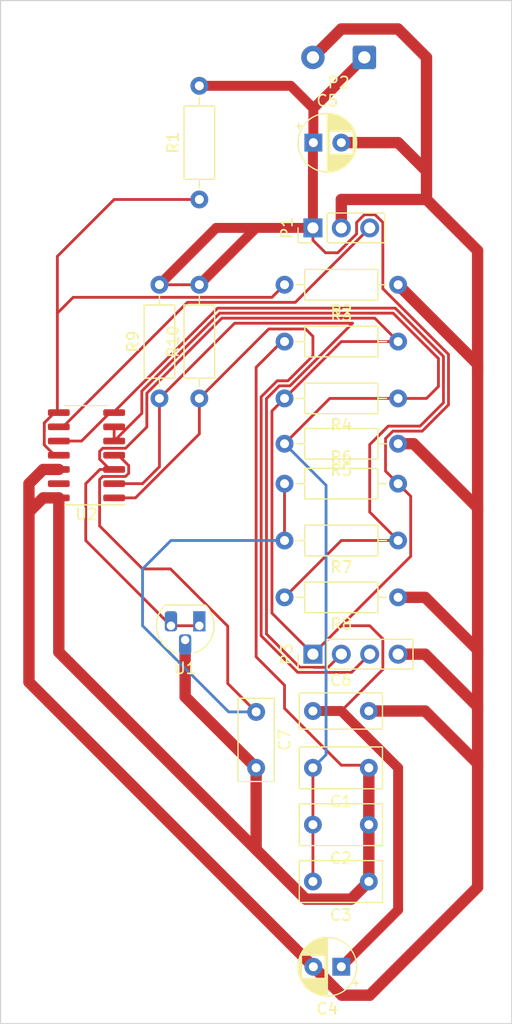
<source format=kicad_pcb>
(kicad_pcb (version 20221018) (generator pcbnew)
  (layers (0 "F.Cu" signal) (31 "B.Cu" signal) (34 "B.Paste" user) (35 "F.Paste" user) (36 "B.SilkS" user "B.Silkscreen") (37 "F.SilkS" user "F.Silkscreen") (38 "B.Mask" user) (39 "F.Mask" user) (44 "Edge.Cuts" user))
  (net 0 "")
  (net 1 "Net-(U2A-+)")
  (net 2 "Net-(P1-Pin_1)")
  (net 3 "GND")
  (net 4 "Net-(U2A--)")
  (net 5 "Net-(P1-Pin_3)")
  (net 6 "Net-(P3-Pin_2)")
  (net 7 "Net-(P3-Pin_3)")
  (net 8 "Net-(U2C-+)")
  (net 9 "Net-(U2B-+)")
  (footprint "Package_TO_SOT_THT:TO-92L_HandSolder" (layer "F.Cu") (at 152.4 106.68 180)
    (fp_text reference "U1" (at 1.27 -3.8) (layer "F.SilkS"))
    (fp_text value "L78L05_TO92")
    (pad "1" thru_hole rect (at 0 0 180) (size 1.1 1.8) (drill 0.75 (offset 0 0.4)) (layers "*.Cu" "*.Mask") (net 2 "Net-(P1-Pin_1)"))
    (pad "2" thru_hole roundrect (at 1.27 -1.27 180) (size 1.1 1.8) (drill 0.75 (offset 0 -0.4)) (layers "*.Cu" "*.Mask") (net 3 "GND"))
    (pad "3" thru_hole roundrect (at 2.54 0 180) (size 1.1 1.8) (drill 0.75 (offset 0 0.4)) (layers "*.Cu" "*.Mask") (net 2 "Net-(P1-Pin_1)"))
  )
  (footprint "Resistor_THT:R_Axial_DIN0207_L6.3mm_D2.5mm_P10.16mm_Horizontal" (layer "F.Cu") (at 152.4 86.36 90)
    (fp_text reference "R10" (at 5.08 -2.37 90) (layer "F.SilkS"))
    (fp_text value "2.4k 1/4W")
    (pad "1" thru_hole circle (at 0 0 90) (size 1.6 1.6) (drill 0.8) (layers "*.Cu" "*.Mask") (net 7 "Net-(P3-Pin_3)"))
    (pad "2" thru_hole oval (at 10.16 0 90) (size 1.6 1.6) (drill 0.8) (layers "*.Cu" "*.Mask") (net 2 "Net-(P1-Pin_1)"))
  )
  (footprint "Resistor_THT:R_Axial_DIN0207_L6.3mm_D2.5mm_P10.16mm_Horizontal" (layer "F.Cu") (at 170.18 90.41 180)
    (fp_text reference "R5" (at 5.08 -2.37) (layer "F.SilkS"))
    (fp_text value "82k 1/4W")
    (pad "1" thru_hole circle (at 0 0 180) (size 1.6 1.6) (drill 0.8) (layers "*.Cu" "*.Mask") (net 3 "GND"))
    (pad "2" thru_hole oval (at 10.16 0 180) (size 1.6 1.6) (drill 0.8) (layers "*.Cu" "*.Mask") (net 1 "Net-(U2A-+)"))
  )
  (footprint "Resistor_THT:R_Axial_DIN0207_L6.3mm_D2.5mm_P10.16mm_Horizontal" (layer "F.Cu") (at 170.18 86.36 180)
    (fp_text reference "R4" (at 5.08 -2.37) (layer "F.SilkS"))
    (fp_text value "82k 1/4W")
    (pad "1" thru_hole circle (at 0 0 180) (size 1.6 1.6) (drill 0.8) (layers "*.Cu" "*.Mask") (net 1 "Net-(U2A-+)"))
    (pad "2" thru_hole oval (at 10.16 0 180) (size 1.6 1.6) (drill 0.8) (layers "*.Cu" "*.Mask") (net 2 "Net-(P1-Pin_1)"))
  )
  (footprint "Connector_PinHeader_2.54mm:PinHeader_1x04_P2.54mm_Vertical" (layer "F.Cu") (at 162.56 109.22 90)
    (fp_text reference "P3" (at 0 -2.33 90) (layer "F.SilkS"))
    (fp_text value "Conn_01x04")
    (pad "1" thru_hole rect (at 0 0 90) (size 1.7 1.7) (drill 1) (layers "*.Cu" "*.Mask") (net 2 "Net-(P1-Pin_1)"))
    (pad "2" thru_hole oval (at 0 2.54 90) (size 1.7 1.7) (drill 1) (layers "*.Cu" "*.Mask") (net 6 "Net-(P3-Pin_2)"))
    (pad "3" thru_hole oval (at 0 5.08 90) (size 1.7 1.7) (drill 1) (layers "*.Cu" "*.Mask") (net 7 "Net-(P3-Pin_3)"))
    (pad "4" thru_hole oval (at 0 7.62 90) (size 1.7 1.7) (drill 1) (layers "*.Cu" "*.Mask") (net 3 "GND"))
  )
  (footprint "Capacitor_THT:C_Rect_L7.2mm_W3.5mm_P5.00mm_FKS2_FKP2_MKS2_MKP2" (layer "F.Cu") (at 167.56 129.54 180)
    (fp_text reference "C3" (at 2.5 -3) (layer "F.SilkS"))
    (fp_text value "1uF 25V")
    (pad "1" thru_hole circle (at 0 0 180) (size 1.6 1.6) (drill 0.8) (layers "*.Cu" "*.Mask") (net 3 "GND"))
    (pad "2" thru_hole circle (at 5 0 180) (size 1.6 1.6) (drill 0.8) (layers "*.Cu" "*.Mask") (net 1 "Net-(U2A-+)"))
  )
  (footprint "Resistor_THT:R_Axial_DIN0207_L6.3mm_D2.5mm_P10.16mm_Horizontal" (layer "F.Cu") (at 148.83 86.36 90)
    (fp_text reference "R9" (at 5.08 -2.37 90) (layer "F.SilkS"))
    (fp_text value "2.4k 1/4W")
    (pad "1" thru_hole circle (at 0 0 90) (size 1.6 1.6) (drill 0.8) (layers "*.Cu" "*.Mask") (net 6 "Net-(P3-Pin_2)"))
    (pad "2" thru_hole oval (at 10.16 0 90) (size 1.6 1.6) (drill 0.8) (layers "*.Cu" "*.Mask") (net 2 "Net-(P1-Pin_1)"))
  )
  (footprint "Connector_Wire:SolderWire-0.5sqmm_1x02_P4.6mm_D0.9mm_OD2.1mm" (layer "F.Cu") (at 167.16 55.88 180)
    (fp_text reference "P2" (at 2.3 -2.25) (layer "F.SilkS"))
    (fp_text value "Conn_01x02")
    (pad "1" thru_hole roundrect (at 0 0 180) (size 2.1 2.1) (drill 1.1) (layers "*.Cu" "*.Mask") (roundrect_rratio 0.119048) (net 2 "Net-(P1-Pin_1)"))
    (pad "2" thru_hole circle (at 4.6 0 180) (size 2.1 2.1) (drill 1.1) (layers "*.Cu" "*.Mask") (net 3 "GND"))
  )
  (footprint "Capacitor_THT:C_Rect_L7.2mm_W3.0mm_P5.00mm_FKS2_FKP2_MKS2_MKP2" (layer "F.Cu") (at 162.56 114.3)
    (fp_text reference "C6" (at 2.5 -2.75) (layer "F.SilkS"))
    (fp_text value "0.1uF 25V")
    (pad "1" thru_hole circle (at 0 0) (size 1.6 1.6) (drill 0.8) (layers "*.Cu" "*.Mask") (net 2 "Net-(P1-Pin_1)"))
    (pad "2" thru_hole circle (at 5 0) (size 1.6 1.6) (drill 0.8) (layers "*.Cu" "*.Mask") (net 3 "GND"))
  )
  (footprint "Resistor_THT:R_Axial_DIN0207_L6.3mm_D2.5mm_P10.16mm_Horizontal" (layer "F.Cu") (at 152.4 68.58 90)
    (fp_text reference "R1" (at 5.08 -2.37 90) (layer "F.SilkS"))
    (fp_text value "9.1k 1/4W")
    (pad "1" thru_hole circle (at 0 0 90) (size 1.6 1.6) (drill 0.8) (layers "*.Cu" "*.Mask") (net 8 "Net-(U2C-+)"))
    (pad "2" thru_hole oval (at 10.16 0 90) (size 1.6 1.6) (drill 0.8) (layers "*.Cu" "*.Mask") (net 2 "Net-(P1-Pin_1)"))
  )
  (footprint "Capacitor_THT:CP_Radial_D5.0mm_P2.50mm" (layer "F.Cu") (at 162.6 63.5)
    (fp_text reference "C5" (at 1.25 -3.75) (layer "F.SilkS"))
    (fp_text value "47uF 16V")
    (pad "1" thru_hole rect (at 0 0) (size 1.6 1.6) (drill 0.8) (layers "*.Cu" "*.Mask") (net 2 "Net-(P1-Pin_1)"))
    (pad "2" thru_hole circle (at 2.5 0) (size 1.6 1.6) (drill 0.8) (layers "*.Cu" "*.Mask") (net 3 "GND"))
  )
  (footprint "Capacitor_THT:C_Rect_L7.2mm_W3.5mm_P5.00mm_FKS2_FKP2_MKS2_MKP2" (layer "F.Cu") (at 167.56 119.38 180)
    (fp_text reference "C1" (at 2.5 -3) (layer "F.SilkS"))
    (fp_text value "1uF 25V")
    (pad "1" thru_hole circle (at 0 0 180) (size 1.6 1.6) (drill 0.8) (layers "*.Cu" "*.Mask") (net 3 "GND"))
    (pad "2" thru_hole circle (at 5 0 180) (size 1.6 1.6) (drill 0.8) (layers "*.Cu" "*.Mask") (net 1 "Net-(U2A-+)"))
  )
  (footprint "Capacitor_THT:C_Rect_L7.2mm_W3.0mm_P5.00mm_FKS2_FKP2_MKS2_MKP2" (layer "F.Cu") (at 157.48 114.38 -90)
    (fp_text reference "C7" (at 2.5 -2.54 90) (layer "F.SilkS"))
    (fp_text value "0.1uF 25V")
    (pad "1" thru_hole circle (at 0 0 270) (size 1.6 1.6) (drill 0.8) (layers "*.Cu" "*.Mask") (net 4 "Net-(U2A--)"))
    (pad "2" thru_hole circle (at 5 0 270) (size 1.6 1.6) (drill 0.8) (layers "*.Cu" "*.Mask") (net 3 "GND"))
  )
  (footprint "Resistor_THT:R_Axial_DIN0207_L6.3mm_D2.5mm_P10.16mm_Horizontal" (layer "F.Cu") (at 160.02 93.98)
    (fp_text reference "R6" (at 5.08 -2.37) (layer "F.SilkS"))
    (fp_text value "47k 1/4W")
    (pad "1" thru_hole circle (at 0 0) (size 1.6 1.6) (drill 0.8) (layers "*.Cu" "*.Mask") (net 4 "Net-(U2A--)"))
    (pad "2" thru_hole oval (at 10.16 0) (size 1.6 1.6) (drill 0.8) (layers "*.Cu" "*.Mask") (net 2 "Net-(P1-Pin_1)"))
  )
  (footprint "Package_SO:SOIC-14_3.9x8.7mm_P1.27mm" (layer "F.Cu") (at 142.305 91.44 180)
    (fp_text reference "U2" (at 0 -5.28) (layer "F.SilkS"))
    (fp_text value "LM339")
    (pad "1" smd roundrect (at -2.475 -3.81 180) (size 1.95 0.6) (layers "F.Cu" "F.Paste" "F.Mask") (net 7 "Net-(P3-Pin_3)"))
    (pad "2" smd roundrect (at -2.475 -2.54 180) (size 1.95 0.6) (layers "F.Cu" "F.Paste" "F.Mask") (net 6 "Net-(P3-Pin_2)"))
    (pad "3" smd roundrect (at -2.475 -1.27 180) (size 1.95 0.6) (layers "F.Cu" "F.Paste" "F.Mask") (net 2 "Net-(P1-Pin_1)"))
    (pad "4" smd roundrect (at -2.475 0 180) (size 1.95 0.6) (layers "F.Cu" "F.Paste" "F.Mask") (net 4 "Net-(U2A--)"))
    (pad "5" smd roundrect (at -2.475 1.27 180) (size 1.95 0.6) (layers "F.Cu" "F.Paste" "F.Mask") (net 1 "Net-(U2A-+)"))
    (pad "6" smd roundrect (at -2.475 2.54 180) (size 1.95 0.6) (layers "F.Cu" "F.Paste" "F.Mask") (net 1 "Net-(U2A-+)"))
    (pad "7" smd roundrect (at -2.475 3.81 180) (size 1.95 0.6) (layers "F.Cu" "F.Paste" "F.Mask") (net 9 "Net-(U2B-+)"))
    (pad "8" smd roundrect (at 2.475 3.81 180) (size 1.95 0.6) (layers "F.Cu" "F.Paste" "F.Mask") (net 8 "Net-(U2C-+)"))
    (pad "9" smd roundrect (at 2.475 2.54 180) (size 1.95 0.6) (layers "F.Cu" "F.Paste" "F.Mask") (net 5 "Net-(P1-Pin_3)"))
    (pad "10" smd roundrect (at 2.475 1.27 180) (size 1.95 0.6) (layers "F.Cu" "F.Paste" "F.Mask") (net 9 "Net-(U2B-+)"))
    (pad "11" smd roundrect (at 2.475 0 180) (size 1.95 0.6) (layers "F.Cu" "F.Paste" "F.Mask") (net 8 "Net-(U2C-+)"))
    (pad "12" smd roundrect (at 2.475 -1.27 180) (size 1.95 0.6) (layers "F.Cu" "F.Paste" "F.Mask") (net 3 "GND"))
    (pad "13" smd roundrect (at 2.475 -2.54 180) (size 1.95 0.6) (layers "F.Cu" "F.Paste" "F.Mask") (net 3 "GND"))
    (pad "14" smd roundrect (at 2.475 -3.81 180) (size 1.95 0.6) (layers "F.Cu" "F.Paste" "F.Mask") (net 3 "GND"))
  )
  (footprint "Resistor_THT:R_Axial_DIN0207_L6.3mm_D2.5mm_P10.16mm_Horizontal" (layer "F.Cu") (at 170.18 104.14 180)
    (fp_text reference "R8" (at 5.08 -2.37) (layer "F.SilkS"))
    (fp_text value "47k 1/4W")
    (pad "1" thru_hole circle (at 0 0 180) (size 1.6 1.6) (drill 0.8) (layers "*.Cu" "*.Mask") (net 3 "GND"))
    (pad "2" thru_hole oval (at 10.16 0 180) (size 1.6 1.6) (drill 0.8) (layers "*.Cu" "*.Mask") (net 9 "Net-(U2B-+)"))
  )
  (footprint "Capacitor_THT:CP_Radial_D5.0mm_P2.50mm" (layer "F.Cu") (at 165.1 137.16 180)
    (fp_text reference "C4" (at 1.25 -3.75) (layer "F.SilkS"))
    (fp_text value "10uF 16V")
    (pad "1" thru_hole rect (at 0 0 180) (size 1.6 1.6) (drill 0.8) (layers "*.Cu" "*.Mask") (net 2 "Net-(P1-Pin_1)"))
    (pad "2" thru_hole circle (at 2.5 0 180) (size 1.6 1.6) (drill 0.8) (layers "*.Cu" "*.Mask") (net 3 "GND"))
  )
  (footprint "Resistor_THT:R_Axial_DIN0207_L6.3mm_D2.5mm_P10.16mm_Horizontal" (layer "F.Cu") (at 160.02 81.28)
    (fp_text reference "R3" (at 5.08 -2.37) (layer "F.SilkS"))
    (fp_text value "4.7k 1/4W")
    (pad "1" thru_hole circle (at 0 0) (size 1.6 1.6) (drill 0.8) (layers "*.Cu" "*.Mask") (net 3 "GND"))
    (pad "2" thru_hole oval (at 10.16 0) (size 1.6 1.6) (drill 0.8) (layers "*.Cu" "*.Mask") (net 2 "Net-(P1-Pin_1)"))
  )
  (footprint "Capacitor_THT:C_Rect_L7.2mm_W3.5mm_P5.00mm_FKS2_FKP2_MKS2_MKP2" (layer "F.Cu") (at 167.56 124.46 180)
    (fp_text reference "C2" (at 2.5 -3) (layer "F.SilkS"))
    (fp_text value "1uF 25V")
    (pad "1" thru_hole circle (at 0 0 180) (size 1.6 1.6) (drill 0.8) (layers "*.Cu" "*.Mask") (net 3 "GND"))
    (pad "2" thru_hole circle (at 5 0 180) (size 1.6 1.6) (drill 0.8) (layers "*.Cu" "*.Mask") (net 1 "Net-(U2A-+)"))
  )
  (footprint "Connector_PinHeader_2.54mm:PinHeader_1x03_P2.54mm_Vertical" (layer "F.Cu") (at 162.56 71.12 90)
    (fp_text reference "P1" (at 0 -2.33 90) (layer "F.SilkS"))
    (fp_text value "Conn_01x03")
    (pad "1" thru_hole rect (at 0 0 90) (size 1.7 1.7) (drill 1) (layers "*.Cu" "*.Mask") (net 2 "Net-(P1-Pin_1)"))
    (pad "2" thru_hole oval (at 0 2.54 90) (size 1.7 1.7) (drill 1) (layers "*.Cu" "*.Mask") (net 3 "GND"))
    (pad "3" thru_hole oval (at 0 5.08 90) (size 1.7 1.7) (drill 1) (layers "*.Cu" "*.Mask") (net 5 "Net-(P1-Pin_3)"))
  )
  (footprint "Resistor_THT:R_Axial_DIN0207_L6.3mm_D2.5mm_P10.16mm_Horizontal" (layer "F.Cu") (at 170.18 76.2 180)
    (fp_text reference "R2" (at 5.08 -2.37) (layer "F.SilkS"))
    (fp_text value "10k 1/4W")
    (pad "1" thru_hole circle (at 0 0 180) (size 1.6 1.6) (drill 0.8) (layers "*.Cu" "*.Mask") (net 3 "GND"))
    (pad "2" thru_hole oval (at 10.16 0 180) (size 1.6 1.6) (drill 0.8) (layers "*.Cu" "*.Mask") (net 8 "Net-(U2C-+)"))
  )
  (footprint "Resistor_THT:R_Axial_DIN0207_L6.3mm_D2.5mm_P10.16mm_Horizontal" (layer "F.Cu") (at 170.18 99.06 180)
    (fp_text reference "R7" (at 5.08 -2.37) (layer "F.SilkS"))
    (fp_text value "4.7k 1/4W")
    (pad "1" thru_hole circle (at 0 0 180) (size 1.6 1.6) (drill 0.8) (layers "*.Cu" "*.Mask") (net 9 "Net-(U2B-+)"))
    (pad "2" thru_hole oval (at 10.16 0 180) (size 1.6 1.6) (drill 0.8) (layers "*.Cu" "*.Mask") (net 4 "Net-(U2A--)"))
  )
  (gr_rect (start 134.62 142.24) (end 180.34 50.8) (stroke (width 0.1)) (fill none) (layer "Edge.Cuts"))
  (segment (start 173.785 82.795) (end 173.785 85.295) (width 0.25) (layer "F.Cu") (net 1))
  (segment (start 173.785 85.295) (end 172.72 86.36) (width 0.25) (layer "F.Cu") (net 1))
  (segment (start 169.73 78.74) (end 173.785 82.795) (width 0.25) (layer "F.Cu") (net 1))
  (segment (start 164.07 86.36) (end 170.18 86.36) (width 0.25) (layer "F.Cu") (net 1))
  (segment (start 154.222613 78.74) (end 169.73 78.74) (width 0.25) (layer "F.Cu") (net 1))
  (segment (start 147.255 85.707613) (end 154.222613 78.74) (width 0.25) (layer "F.Cu") (net 1))
  (segment (start 162.56 129.54) (end 162.56 119.38) (width 0.25) (layer "F.Cu") (net 1))
  (segment (start 144.78 88.9) (end 144.78 90.17) (width 0.25) (layer "F.Cu") (net 1))
  (segment (start 147.255 87.695) (end 147.255 85.707613) (width 0.25) (layer "F.Cu") (net 1))
  (segment (start 172.72 86.36) (end 170.18 86.36) (width 0.25) (layer "F.Cu") (net 1))
  (segment (start 160.02 90.41) (end 164.07 86.36) (width 0.25) (layer "F.Cu") (net 1))
  (segment (start 144.78 90.17) (end 147.255 87.695) (width 0.25) (layer "F.Cu") (net 1))
  (segment (start 163.735 118.205) (end 162.56 119.38) (width 0.25) (layer "B.Cu") (net 1))
  (segment (start 160.02 90.41) (end 163.735 94.125) (width 0.25) (layer "B.Cu") (net 1))
  (segment (start 163.735 94.125) (end 163.735 118.205) (width 0.25) (layer "B.Cu") (net 1))
  (segment (start 166.465 71.658604) (end 166.465 70.633299) (width 0.25) (layer "F.Cu") (net 2))
  (segment (start 157.48 71.12) (end 153.91 71.12) (width 0.889) (layer "F.Cu") (net 2))
  (segment (start 162.56 72.22) (end 163.681802 73.341802) (width 0.25) (layer "F.Cu") (net 2))
  (segment (start 144.78 92.71) (end 143.51 92.71) (width 0.25) (layer "F.Cu") (net 2))
  (segment (start 144.78 92.71) (end 144.403249 92.71) (width 0.25) (layer "F.Cu") (net 2))
  (segment (start 165.100001 114.3) (end 168.815 110.585001) (width 0.25) (layer "F.Cu") (net 2))
  (segment (start 168.815 70.633299) (end 168.815 76.552208) (width 0.25) (layer "F.Cu") (net 2))
  (segment (start 168.815 76.552208) (end 174.685 82.422208) (width 0.25) (layer "F.Cu") (net 2))
  (segment (start 167.16 55.88) (end 162.6 60.44) (width 0.889) (layer "F.Cu") (net 2))
  (segment (start 143.51 92.71) (end 142.24 93.98) (width 0.25) (layer "F.Cu") (net 2))
  (segment (start 167.64 106.68) (end 165.1 106.68) (width 0.25) (layer "F.Cu") (net 2))
  (segment (start 172.335 89.285) (end 169.714009 89.285) (width 0.25) (layer "F.Cu") (net 2))
  (segment (start 169.055 89.944009) (end 169.055 92.855) (width 0.25) (layer "F.Cu") (net 2))
  (segment (start 152.4 106.68) (end 149.86 106.68) (width 0.25) (layer "F.Cu") (net 2))
  (segment (start 147.705 85.894009) (end 154.409009 79.19) (width 0.25) (layer "F.Cu") (net 2))
  (segment (start 142.24 99.06) (end 149.86 106.68) (width 0.25) (layer "F.Cu") (net 2))
  (segment (start 168.815 110.585001) (end 168.815 107.855) (width 0.25) (layer "F.Cu") (net 2))
  (segment (start 162.56 71.12) (end 162.56 72.22) (width 0.25) (layer "F.Cu") (net 2))
  (segment (start 143.758249 90.815) (end 145.801751 90.815) (width 0.25) (layer "F.Cu") (net 2))
  (segment (start 160.58 58.42) (end 152.4 58.42) (width 0.889) (layer "F.Cu") (net 2))
  (segment (start 162.56 71.12) (end 157.48 71.12) (width 0.889) (layer "F.Cu") (net 2))
  (segment (start 169.714009 89.285) (end 169.055 89.944009) (width 0.25) (layer "F.Cu") (net 2))
  (segment (start 165.1 81.28) (end 170.18 81.28) (width 0.25) (layer "F.Cu") (net 2))
  (segment (start 162.6 60.44) (end 162.6 63.5) (width 0.889) (layer "F.Cu") (net 2))
  (segment (start 162.56 109.22) (end 158.895 105.555) (width 0.25) (layer "F.Cu") (net 2))
  (segment (start 169.055 92.855) (end 170.18 93.98) (width 0.25) (layer "F.Cu") (net 2))
  (segment (start 157.48 71.12) (end 152.4 76.2) (width 0.889) (layer "F.Cu") (net 2))
  (segment (start 162.56 71.12) (end 162.56 63.54) (width 0.889) (layer "F.Cu") (net 2))
  (segment (start 170.18 132.08) (end 170.18 119.38) (width 0.889) (layer "F.Cu") (net 2))
  (segment (start 165.1 106.68) (end 162.56 109.22) (width 0.25) (layer "F.Cu") (net 2))
  (segment (start 171.305 100.475) (end 165.1 106.68) (width 0.25) (layer "F.Cu") (net 2))
  (segment (start 163.681802 73.341802) (end 164.781802 73.341802) (width 0.25) (layer "F.Cu") (net 2))
  (segment (start 170.18 93.98) (end 171.305 95.105) (width 0.25) (layer "F.Cu") (net 2))
  (segment (start 174.685 86.935) (end 172.335 89.285) (width 0.25) (layer "F.Cu") (net 2))
  (segment (start 143.48 91.093249) (end 143.758249 90.815) (width 0.25) (layer "F.Cu") (net 2))
  (segment (start 160.02 86.36) (end 165.1 81.28) (width 0.25) (layer "F.Cu") (net 2))
  (segment (start 168.126701 69.945) (end 168.815 70.633299) (width 0.25) (layer "F.Cu") (net 2))
  (segment (start 171.305 95.105) (end 171.305 100.475) (width 0.25) (layer "F.Cu") (net 2))
  (segment (start 143.48 91.786751) (end 143.48 91.093249) (width 0.25) (layer "F.Cu") (net 2))
  (segment (start 166.465 70.633299) (end 167.153299 69.945) (width 0.25) (layer "F.Cu") (net 2))
  (segment (start 174.685 82.422208) (end 174.685 86.935) (width 0.25) (layer "F.Cu") (net 2))
  (segment (start 154.409009 79.19) (end 168.09 79.19) (width 0.25) (layer "F.Cu") (net 2))
  (segment (start 164.781802 73.341802) (end 166.465 71.658604) (width 0.25) (layer "F.Cu") (net 2))
  (segment (start 162.6 60.44) (end 160.58 58.42) (width 0.889) (layer "F.Cu") (net 2))
  (segment (start 165.1 114.3) (end 162.56 114.3) (width 0.889) (layer "F.Cu") (net 2))
  (segment (start 158.895 105.555) (end 158.895 87.485) (width 0.25) (layer "F.Cu") (net 2))
  (segment (start 167.153299 69.945) (end 168.126701 69.945) (width 0.25) (layer "F.Cu") (net 2))
  (segment (start 145.801751 90.815) (end 147.705 88.911751) (width 0.25) (layer "F.Cu") (net 2))
  (segment (start 165.1 137.16) (end 170.18 132.08) (width 0.889) (layer "F.Cu") (net 2))
  (segment (start 162.56 114.3) (end 165.100001 114.3) (width 0.25) (layer "F.Cu") (net 2))
  (segment (start 153.91 71.12) (end 148.83 76.2) (width 0.889) (layer "F.Cu") (net 2))
  (segment (start 168.09 79.19) (end 170.18 81.28) (width 0.25) (layer "F.Cu") (net 2))
  (segment (start 162.56 63.54) (end 162.6 63.5) (width 0.889) (layer "F.Cu") (net 2))
  (segment (start 170.18 119.38) (end 165.1 114.3) (width 0.889) (layer "F.Cu") (net 2))
  (segment (start 144.403249 92.71) (end 143.48 91.786751) (width 0.25) (layer "F.Cu") (net 2))
  (segment (start 148.83 76.2) (end 152.4 76.2) (width 0.25) (layer "F.Cu") (net 2))
  (segment (start 168.815 107.855) (end 167.64 106.68) (width 0.25) (layer "F.Cu") (net 2))
  (segment (start 147.705 88.911751) (end 147.705 85.894009) (width 0.25) (layer "F.Cu") (net 2))
  (segment (start 158.895 87.485) (end 160.02 86.36) (width 0.25) (layer "F.Cu") (net 2))
  (segment (start 142.24 93.98) (end 142.24 99.06) (width 0.25) (layer "F.Cu") (net 2))
  (segment (start 177.292 108.837) (end 177.292 109.22) (width 1.016) (layer "F.Cu") (net 3))
  (segment (start 165.1 68.58) (end 165.1 71.12) (width 1.016) (layer "F.Cu") (net 3))
  (segment (start 157.48 126.687386) (end 157.636307 126.843693) (width 1.016) (layer "F.Cu") (net 3))
  (segment (start 177.292 83.312) (end 177.292 83.82) (width 1.016) (layer "F.Cu") (net 3))
  (segment (start 177.292 130.048) (end 167.64 139.7) (width 1.016) (layer "F.Cu") (net 3))
  (segment (start 165.1 53.34) (end 170.18 53.34) (width 1.016) (layer "F.Cu") (net 3))
  (segment (start 167.56 114.3) (end 172.595 114.3) (width 1.016) (layer "F.Cu") (net 3))
  (segment (start 172.595 109.22) (end 177.292 113.917) (width 1.016) (layer "F.Cu") (net 3))
  (segment (start 172.72 68.58) (end 177.292 73.152) (width 1.016) (layer "F.Cu") (net 3))
  (segment (start 167.56 124.54) (end 167.64 124.46) (width 1.016) (layer "F.Cu") (net 3))
  (segment (start 167.56 129.54) (end 167.56 124.54) (width 1.016) (layer "F.Cu") (net 3))
  (segment (start 171.565 90.41) (end 177.292 96.137) (width 1.016) (layer "F.Cu") (net 3))
  (segment (start 137.16 96.52) (end 137.16 93.98) (width 1.016) (layer "F.Cu") (net 3))
  (segment (start 172.72 66.04) (end 172.72 68.58) (width 1.016) (layer "F.Cu") (net 3))
  (segment (start 170.18 63.5) (end 172.72 66.04) (width 1.016) (layer "F.Cu") (net 3))
  (segment (start 167.56 124.222747) (end 167.56 119.142747) (width 1.016) (layer "F.Cu") (net 3))
  (segment (start 167.56 114.3) (end 170.18 114.3) (width 0.25) (layer "F.Cu") (net 3))
  (segment (start 160.02 81.042747) (end 157.48 83.582747) (width 0.25) (layer "F.Cu") (net 3))
  (segment (start 165.985 131.115) (end 167.56 129.54) (width 1.016) (layer "F.Cu") (net 3))
  (segment (start 151.13 113.03) (end 151.13 107.95) (width 1.016) (layer "F.Cu") (net 3))
  (segment (start 157.5 132.06) (end 137.16 111.72) (width 1.016) (layer "F.Cu") (net 3))
  (segment (start 165.14 139.7) (end 162.6 137.16) (width 1.016) (layer "F.Cu") (net 3))
  (segment (start 170.18 104.14) (end 172.595 104.14) (width 1.016) (layer "F.Cu") (net 3))
  (segment (start 139.83 95.25) (end 138.43 95.25) (width 1.016) (layer "F.Cu") (net 3))
  (segment (start 170.18 76.2) (end 177.292 83.312) (width 1.016) (layer "F.Cu") (net 3))
  (segment (start 138.43 92.71) (end 139.83 92.71) (width 1.016) (layer "F.Cu") (net 3))
  (segment (start 172.595 114.3) (end 177.292 118.997) (width 1.016) (layer "F.Cu") (net 3))
  (segment (start 177.292 113.917) (end 177.292 114.3) (width 1.016) (layer "F.Cu") (net 3))
  (segment (start 177.292 96.137) (end 177.292 96.52) (width 1.016) (layer "F.Cu") (net 3))
  (segment (start 157.48 119.38) (end 157.48 126.687386) (width 1.016) (layer "F.Cu") (net 3))
  (segment (start 162.6 137.16) (end 157.5 132.06) (width 1.016) (layer "F.Cu") (net 3))
  (segment (start 177.292 73.152) (end 177.292 83.82) (width 1.016) (layer "F.Cu") (net 3))
  (segment (start 177.292 83.82) (end 177.292 130.048) (width 1.016) (layer "F.Cu") (net 3))
  (segment (start 137.16 111.72) (end 137.16 96.52) (width 1.016) (layer "F.Cu") (net 3))
  (segment (start 157.48 132.04) (end 157.5 132.06) (width 0.25) (layer "F.Cu") (net 3))
  (segment (start 157.48 119.38) (end 151.13 113.03) (width 1.016) (layer "F.Cu") (net 3))
  (segment (start 137.16 93.98) (end 138.43 92.71) (width 1.016) (layer "F.Cu") (net 3))
  (segment (start 161.907613 131.115) (end 165.985 131.115) (width 1.016) (layer "F.Cu") (net 3))
  (segment (start 170.18 90.41) (end 171.565 90.41) (width 1.016) (layer "F.Cu") (net 3))
  (segment (start 157.48 83.582747) (end 157.48 109.457252) (width 0.25) (layer "F.Cu") (net 3))
  (segment (start 170.18 109.22) (end 172.595 109.22) (width 1.016) (layer "F.Cu") (net 3))
  (segment (start 157.636307 126.843693) (end 161.907613 131.115) (width 1.016) (layer "F.Cu") (net 3))
  (segment (start 157.48 109.457252) (end 160.02 111.997252) (width 0.25) (layer "F.Cu") (net 3))
  (segment (start 139.83 95.25) (end 139.83 109.037387) (width 1.016) (layer "F.Cu") (net 3))
  (segment (start 160.02 114.062747) (end 165.1 119.142747) (width 0.25) (layer "F.Cu") (net 3))
  (segment (start 177.292 118.997) (end 177.292 119.38) (width 1.016) (layer "F.Cu") (net 3))
  (segment (start 160.02 111.997252) (end 160.02 114.062747) (width 0.25) (layer "F.Cu") (net 3))
  (segment (start 167.64 139.7) (end 165.14 139.7) (width 1.016) (layer "F.Cu") (net 3))
  (segment (start 172.595 104.14) (end 177.292 108.837) (width 1.016) (layer "F.Cu") (net 3))
  (segment (start 165.1 119.142747) (end 167.56 119.142747) (width 0.25) (layer "F.Cu") (net 3))
  (segment (start 138.43 95.25) (end 137.16 96.52) (width 1.016) (layer "F.Cu") (net 3))
  (segment (start 165.1 63.5) (end 170.18 63.5) (width 1.016) (layer "F.Cu") (net 3))
  (segment (start 172.72 68.58) (end 165.1 68.58) (width 1.016) (layer "F.Cu") (net 3))
  (segment (start 170.18 53.34) (end 172.72 55.88) (width 1.016) (layer "F.Cu") (net 3))
  (segment (start 162.56 55.88) (end 165.1 53.34) (width 1.016) (layer "F.Cu") (net 3))
  (segment (start 139.83 109.037387) (end 157.636307 126.843693) (width 1.016) (layer "F.Cu") (net 3))
  (segment (start 172.72 55.88) (end 172.72 66.04) (width 1.016) (layer "F.Cu") (net 3))
  (segment (start 154.94 106.72) (end 149.82 101.6) (width 0.25) (layer "F.Cu") (net 4))
  (segment (start 145.156751 91.44) (end 144.78 91.44) (width 0.25) (layer "F.Cu") (net 4))
  (segment (start 147.32 101.6) (end 143.48 97.76) (width 0.25) (layer "F.Cu") (net 4))
  (segment (start 149.82 101.6) (end 147.32 101.6) (width 0.25) (layer "F.Cu") (net 4))
  (segment (start 157.48 114.38) (end 154.94 111.84) (width 0.25) (layer "F.Cu") (net 4))
  (segment (start 143.48 93.613249) (end 143.758249 93.335) (width 0.25) (layer "F.Cu") (net 4))
  (segment (start 154.94 111.84) (end 154.94 106.72) (width 0.25) (layer "F.Cu") (net 4))
  (segment (start 146.08 92.363249) (end 145.156751 91.44) (width 0.25) (layer "F.Cu") (net 4))
  (segment (start 146.08 93.056751) (end 146.08 92.363249) (width 0.25) (layer "F.Cu") (net 4))
  (segment (start 143.48 97.76) (end 143.48 93.613249) (width 0.25) (layer "F.Cu") (net 4))
  (segment (start 143.758249 93.335) (end 145.801751 93.335) (width 0.25) (layer "F.Cu") (net 4))
  (segment (start 160.02 99.06) (end 160.02 93.98) (width 0.25) (layer "F.Cu") (net 4))
  (segment (start 145.801751 93.335) (end 146.08 93.056751) (width 0.25) (layer "F.Cu") (net 4))
  (segment (start 157.48 114.38) (end 155.02 114.38) (width 0.25) (layer "B.Cu") (net 4))
  (segment (start 147.32 101.6) (end 149.86 99.06) (width 0.25) (layer "B.Cu") (net 4))
  (segment (start 155.02 114.38) (end 147.32 106.68) (width 0.25) (layer "B.Cu") (net 4))
  (segment (start 147.32 106.68) (end 147.32 101.6) (width 0.25) (layer "B.Cu") (net 4))
  (segment (start 149.86 99.06) (end 160.02 99.06) (width 0.25) (layer "B.Cu") (net 4))
  (segment (start 139.83 88.9) (end 140.206751 88.9) (width 0.25) (layer "F.Cu") (net 5))
  (segment (start 140.206751 88.9) (end 139.7 88.9) (width 0.25) (layer "F.Cu") (net 5))
  (segment (start 140.206751 88.9) (end 151.331751 77.775) (width 0.25) (layer "F.Cu") (net 5))
  (segment (start 160.985 77.775) (end 167.64 71.12) (width 0.25) (layer "F.Cu") (net 5))
  (segment (start 151.331751 77.775) (end 160.985 77.775) (width 0.25) (layer "F.Cu") (net 5))
  (segment (start 148.83 92.47) (end 147.32 93.98) (width 0.25) (layer "F.Cu") (net 6))
  (segment (start 158.404505 107.414505) (end 158.404505 86.384504) (width 0.25) (layer "F.Cu") (net 6))
  (segment (start 158.404505 86.384504) (end 159.554009 85.235) (width 0.25) (layer "F.Cu") (net 6))
  (segment (start 148.83 86.36) (end 148.83 92.47) (width 0.25) (layer "F.Cu") (net 6))
  (segment (start 166.103604 79.64) (end 155.55 79.64) (width 0.25) (layer "F.Cu") (net 6))
  (segment (start 147.32 93.98) (end 144.78 93.98) (width 0.25) (layer "F.Cu") (net 6))
  (segment (start 165.1 109.22) (end 163.925 110.395) (width 0.25) (layer "F.Cu") (net 6))
  (segment (start 159.554009 85.235) (end 160.508604 85.235) (width 0.25) (layer "F.Cu") (net 6))
  (segment (start 163.925 110.395) (end 161.385 110.395) (width 0.25) (layer "F.Cu") (net 6))
  (segment (start 155.55 79.64) (end 148.83 86.36) (width 0.25) (layer "F.Cu") (net 6))
  (segment (start 160.508604 85.235) (end 166.103604 79.64) (width 0.25) (layer "F.Cu") (net 6))
  (segment (start 161.385 110.395) (end 158.404505 107.414505) (width 0.25) (layer "F.Cu") (net 6))
  (segment (start 158.605 80.155) (end 152.4 86.36) (width 0.25) (layer "F.Cu") (net 7))
  (segment (start 162.56 82.547208) (end 162.56 80.814009) (width 0.25) (layer "F.Cu") (net 7))
  (segment (start 152.4 89.536396) (end 152.4 86.36) (width 0.25) (layer "F.Cu") (net 7))
  (segment (start 166.015 110.845) (end 161.198604 110.845) (width 0.25) (layer "F.Cu") (net 7))
  (segment (start 161.900991 80.155) (end 158.605 80.155) (width 0.25) (layer "F.Cu") (net 7))
  (segment (start 157.93 107.576396) (end 157.93 86.222613) (width 0.25) (layer "F.Cu") (net 7))
  (segment (start 146.686396 95.25) (end 152.4 89.536396) (width 0.25) (layer "F.Cu") (net 7))
  (segment (start 162.56 80.814009) (end 161.900991 80.155) (width 0.25) (layer "F.Cu") (net 7))
  (segment (start 167.64 109.22) (end 166.015 110.845) (width 0.25) (layer "F.Cu") (net 7))
  (segment (start 157.93 86.222613) (end 159.367613 84.785) (width 0.25) (layer "F.Cu") (net 7))
  (segment (start 144.78 95.25) (end 146.686396 95.25) (width 0.25) (layer "F.Cu") (net 7))
  (segment (start 160.322208 84.785) (end 162.56 82.547208) (width 0.25) (layer "F.Cu") (net 7))
  (segment (start 159.367613 84.785) (end 160.322208 84.785) (width 0.25) (layer "F.Cu") (net 7))
  (segment (start 161.198604 110.845) (end 157.93 107.576396) (width 0.25) (layer "F.Cu") (net 7))
  (segment (start 139.7 73.66) (end 144.78 68.58) (width 0.25) (layer "F.Cu") (net 8))
  (segment (start 139.7 87.5) (end 139.7 78.74) (width 0.25) (layer "F.Cu") (net 8))
  (segment (start 160.02 76.2) (end 158.895 77.325) (width 0.25) (layer "F.Cu") (net 8))
  (segment (start 139.453249 87.63) (end 139.83 87.63) (width 0.25) (layer "F.Cu") (net 8))
  (segment (start 139.83 91.44) (end 139.453249 91.44) (width 0.25) (layer "F.Cu") (net 8))
  (segment (start 158.895 77.325) (end 148.364009 77.325) (width 0.25) (layer "F.Cu") (net 8))
  (segment (start 138.53 88.553249) (end 139.453249 87.63) (width 0.25) (layer "F.Cu") (net 8))
  (segment (start 158.895 77.325) (end 141.115 77.325) (width 0.25) (layer "F.Cu") (net 8))
  (segment (start 139.83 87.63) (end 139.7 87.5) (width 0.25) (layer "F.Cu") (net 8))
  (segment (start 139.7 78.74) (end 139.7 73.66) (width 0.25) (layer "F.Cu") (net 8))
  (segment (start 144.78 68.58) (end 152.4 68.58) (width 0.25) (layer "F.Cu") (net 8))
  (segment (start 139.453249 91.44) (end 138.53 90.516751) (width 0.25) (layer "F.Cu") (net 8))
  (segment (start 141.115 77.325) (end 139.7 78.74) (width 0.25) (layer "F.Cu") (net 8))
  (segment (start 138.53 90.516751) (end 138.53 88.553249) (width 0.25) (layer "F.Cu") (net 8))
  (segment (start 174.235 82.608604) (end 174.235 86.748604) (width 0.25) (layer "F.Cu") (net 9))
  (segment (start 144.78 87.546217) (end 154.036217 78.29) (width 0.25) (layer "F.Cu") (net 9))
  (segment (start 141.863249 90.17) (end 144.403249 87.63) (width 0.25) (layer "F.Cu") (net 9))
  (segment (start 172.148604 88.835) (end 169.295991 88.835) (width 0.25) (layer "F.Cu") (net 9))
  (segment (start 165.1 99.06) (end 160.02 104.14) (width 0.25) (layer "F.Cu") (net 9))
  (segment (start 154.036217 78.29) (end 169.916396 78.29) (width 0.25) (layer "F.Cu") (net 9))
  (segment (start 144.78 87.63) (end 144.78 87.546217) (width 0.25) (layer "F.Cu") (net 9))
  (segment (start 169.916396 78.29) (end 174.235 82.608604) (width 0.25) (layer "F.Cu") (net 9))
  (segment (start 170.18 99.06) (end 165.1 99.06) (width 0.25) (layer "F.Cu") (net 9))
  (segment (start 167.64 90.490991) (end 167.64 96.52) (width 0.25) (layer "F.Cu") (net 9))
  (segment (start 167.64 96.52) (end 170.18 99.06) (width 0.25) (layer "F.Cu") (net 9))
  (segment (start 169.295991 88.835) (end 167.64 90.490991) (width 0.25) (layer "F.Cu") (net 9))
  (segment (start 174.235 86.748604) (end 172.148604 88.835) (width 0.25) (layer "F.Cu") (net 9))
  (segment (start 144.403249 87.63) (end 144.78 87.63) (width 0.25) (layer "F.Cu") (net 9))
  (segment (start 139.83 90.17) (end 141.863249 90.17) (width 0.25) (layer "F.Cu") (net 9))
)
</source>
